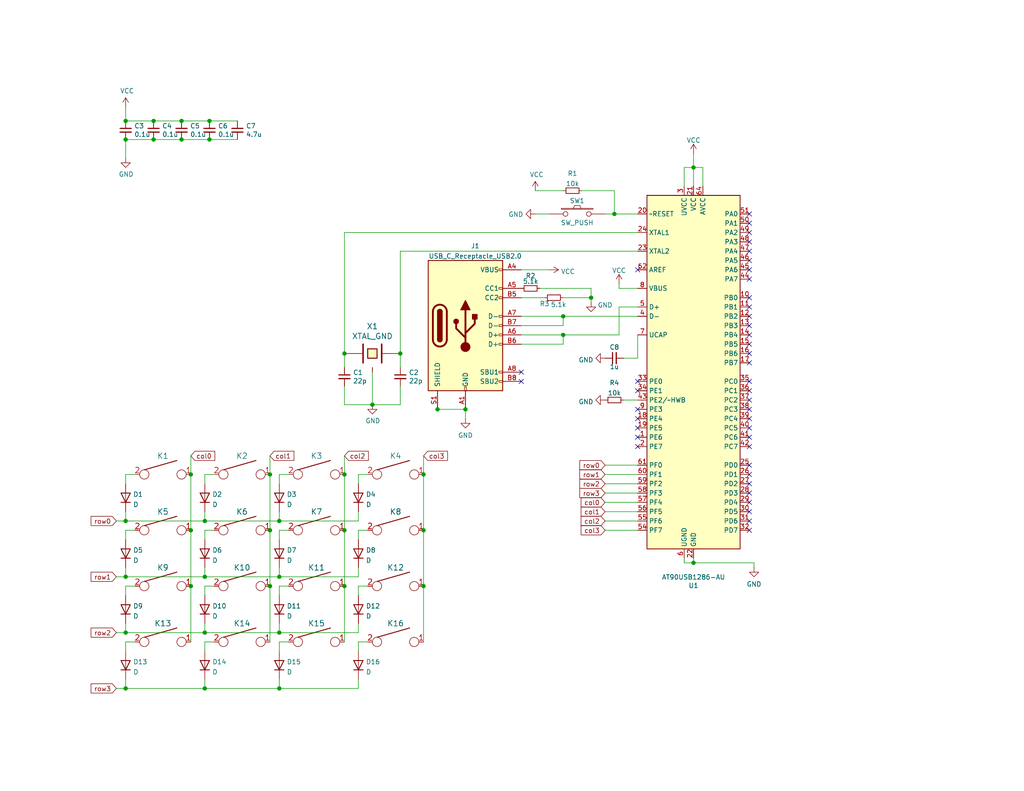
<source format=kicad_sch>
(kicad_sch (version 20210621) (generator eeschema)
  (paper "USLetter")
  (title_block (title "Mini-Keyboard MK I ") (date "2021-08-16") (rev "A1"))
  (lib_symbols
    (symbol "Connector:USB_C_Receptacle_USB2.0" (pin_names (offset 1.016))
      (property "Reference" "J" (at -10.16 19.05 0))
      (property "Value" "USB_C_Receptacle_USB2.0" (at 19.05 19.05 0))
      (symbol "USB_C_Receptacle_USB2.0_0_0"
        (rectangle (start -0.254 -17.78) (end 0.254 -16.764))
        (rectangle (start 10.16 -14.986) (end 9.144 -15.494))
        (rectangle (start 10.16 -12.446) (end 9.144 -12.954))
        (rectangle (start 10.16 -4.826) (end 9.144 -5.334))
        (rectangle (start 10.16 -2.286) (end 9.144 -2.794))
        (rectangle (start 10.16 0.254) (end 9.144 -0.254))
        (rectangle (start 10.16 2.794) (end 9.144 2.286))
        (rectangle (start 10.16 7.874) (end 9.144 7.366))
        (rectangle (start 10.16 10.414) (end 9.144 9.906))
        (rectangle (start 10.16 15.494) (end 9.144 14.986))
      )
      (symbol "USB_C_Receptacle_USB2.0_0_1"
        (arc (start -8.89 -3.81) (end -5.08 -3.81) (radius (at -6.985 -3.81) (length 1.905) (angles -179.9 -0.1)) (stroke (width 0.508)))
        (arc (start -7.62 -3.81) (end -6.35 -3.81) (radius (at -6.985 -3.81) (length 0.635) (angles -179.9 -0.1)) (stroke (width 0.254)))
        (arc (start -6.35 3.81) (end -7.62 3.81) (radius (at -6.985 3.81) (length 0.635) (angles 0.1 179.9)) (stroke (width 0.254)))
        (arc (start -5.08 3.81) (end -8.89 3.81) (radius (at -6.985 3.81) (length 1.905) (angles 0.1 179.9)) (stroke (width 0.508)))
        (arc (start -7.62 -3.81) (end -6.35 -3.81) (radius (at -6.985 -3.81) (length 0.635) (angles -179.9 -0.1)) (stroke (width 0.254)) (fill (type outline)))
        (arc (start -6.35 3.81) (end -7.62 3.81) (radius (at -6.985 3.81) (length 0.635) (angles 0.1 179.9)) (stroke (width 0.254)) (fill (type outline)))
        (circle (center -2.54 1.143) (radius 0.635) (stroke (width 0.254)) (fill (type outline)))
        (circle (center 0 -5.842) (radius 1.27) (fill (type outline)))
        (rectangle (start -7.62 -3.81) (end -6.35 3.81) (stroke (width 0.254)) (fill (type outline)))
        (rectangle (start 1.905 1.778) (end 3.175 3.048) (stroke (width 0.254)) (fill (type outline)))
        (rectangle (start -10.16 17.78) (end 10.16 -17.78) (stroke (width 0.254)) (fill (type background)))
        (polyline (pts (xy -8.89 -3.81) (xy -8.89 3.81)) (stroke (width 0.508)))
        (polyline (pts (xy -5.08 3.81) (xy -5.08 -3.81)) (stroke (width 0.508)))
        (polyline (pts (xy 0 -5.842) (xy 0 4.318)) (stroke (width 0.508)))
        (polyline (pts (xy 0 -3.302) (xy -2.54 -0.762) (xy -2.54 0.508)) (stroke (width 0.508)))
        (polyline (pts (xy 0 -2.032) (xy 2.54 0.508) (xy 2.54 1.778)) (stroke (width 0.508)))
        (polyline (pts (xy -1.27 4.318) (xy 0 6.858) (xy 1.27 4.318) (xy -1.27 4.318)) (stroke (width 0.254)) (fill (type outline)))
      )
      (symbol "USB_C_Receptacle_USB2.0_1_1"
        (pin passive line (at 0 -22.86 90) (length 5.08) (name "GND") (number "A1"))
        (pin passive line (at 0 -22.86 90) (length 5.08) hide (name "GND") (number "A12"))
        (pin passive line (at 15.24 15.24 180) (length 5.08) (name "VBUS") (number "A4"))
        (pin bidirectional line (at 15.24 10.16 180) (length 5.08) (name "CC1") (number "A5"))
        (pin bidirectional line (at 15.24 -2.54 180) (length 5.08) (name "D+") (number "A6"))
        (pin bidirectional line (at 15.24 2.54 180) (length 5.08) (name "D-") (number "A7"))
        (pin bidirectional line (at 15.24 -12.7 180) (length 5.08) (name "SBU1") (number "A8"))
        (pin passive line (at 15.24 15.24 180) (length 5.08) hide (name "VBUS") (number "A9"))
        (pin passive line (at 0 -22.86 90) (length 5.08) hide (name "GND") (number "B1"))
        (pin passive line (at 0 -22.86 90) (length 5.08) hide (name "GND") (number "B12"))
        (pin passive line (at 15.24 15.24 180) (length 5.08) hide (name "VBUS") (number "B4"))
        (pin bidirectional line (at 15.24 7.62 180) (length 5.08) (name "CC2") (number "B5"))
        (pin bidirectional line (at 15.24 -5.08 180) (length 5.08) (name "D+") (number "B6"))
        (pin bidirectional line (at 15.24 0 180) (length 5.08) (name "D-") (number "B7"))
        (pin bidirectional line (at 15.24 -15.24 180) (length 5.08) (name "SBU2") (number "B8"))
        (pin passive line (at 15.24 15.24 180) (length 5.08) hide (name "VBUS") (number "B9"))
        (pin passive line (at -7.62 -22.86 90) (length 5.08) (name "SHIELD") (number "S1"))
      )
    )
    (symbol "Device:C_Small" (pin_numbers hide) (pin_names (offset 0.254) hide)
      (property "Reference" "C" (at 0.254 1.778 0))
      (property "Value" "C_Small" (at 0.254 -2.032 0))
      (symbol "C_Small_0_1"
        (polyline (pts (xy -1.524 -0.508) (xy 1.524 -0.508)) (stroke (width 0.3302)))
        (polyline (pts (xy -1.524 0.508) (xy 1.524 0.508)) (stroke (width 0.3048)))
      )
      (symbol "C_Small_1_1"
        (pin passive line (at 0 2.54 270) (length 2.032) (name "~") (number "1"))
        (pin passive line (at 0 -2.54 90) (length 2.032) (name "~") (number "2"))
      )
    )
    (symbol "Device:D" (pin_numbers hide) (pin_names (offset 1.016) hide)
      (property "Reference" "D" (at 0 2.54 0))
      (property "Value" "D" (at 0 -2.54 0))
      (symbol "D_0_1"
        (polyline (pts (xy -1.27 1.27) (xy -1.27 -1.27)) (stroke (width 0.254)))
        (polyline (pts (xy 1.27 0) (xy -1.27 0)))
        (polyline (pts (xy 1.27 1.27) (xy 1.27 -1.27) (xy -1.27 0) (xy 1.27 1.27)) (stroke (width 0.254)))
      )
      (symbol "D_1_1"
        (pin passive line (at -3.81 0 0) (length 2.54) (name "K") (number "1"))
        (pin passive line (at 3.81 0 180) (length 2.54) (name "A") (number "2"))
      )
    )
    (symbol "Device:R_Small" (pin_numbers hide) (pin_names (offset 0.254) hide)
      (property "Reference" "R" (at 0.762 0.508 0))
      (property "Value" "R_Small" (at 0.762 -1.016 0))
      (symbol "R_Small_0_1"
        (rectangle (start -0.762 1.778) (end 0.762 -1.778) (stroke (width 0.2032)))
      )
      (symbol "R_Small_1_1"
        (pin passive line (at 0 2.54 270) (length 0.762) (name "~") (number "1"))
        (pin passive line (at 0 -2.54 90) (length 0.762) (name "~") (number "2"))
      )
    )
    (symbol "MCU_Microchip_AVR:AT90USB1286-AU"
      (property "Reference" "U" (at -12.7 49.53 0))
      (property "Value" "AT90USB1286-AU" (at 2.54 -49.53 0))
      (symbol "AT90USB1286-AU_0_1"
        (rectangle (start -12.7 -48.26) (end 12.7 48.26) (stroke (width 0.254)) (fill (type background)))
      )
      (symbol "AT90USB1286-AU_1_1"
        (pin bidirectional line (at -15.24 -17.78 0) (length 2.54) (name "PE6") (number "1"))
        (pin bidirectional line (at 15.24 20.32 180) (length 2.54) (name "PB0") (number "10"))
        (pin bidirectional line (at 15.24 17.78 180) (length 2.54) (name "PB1") (number "11"))
        (pin bidirectional line (at 15.24 15.24 180) (length 2.54) (name "PB2") (number "12"))
        (pin bidirectional line (at 15.24 12.7 180) (length 2.54) (name "PB3") (number "13"))
        (pin bidirectional line (at 15.24 10.16 180) (length 2.54) (name "PB4") (number "14"))
        (pin bidirectional line (at 15.24 7.62 180) (length 2.54) (name "PB5") (number "15"))
        (pin bidirectional line (at 15.24 5.08 180) (length 2.54) (name "PB6") (number "16"))
        (pin bidirectional line (at 15.24 2.54 180) (length 2.54) (name "PB7") (number "17"))
        (pin bidirectional line (at -15.24 -12.7 0) (length 2.54) (name "PE4") (number "18"))
        (pin bidirectional line (at -15.24 -15.24 0) (length 2.54) (name "PE5") (number "19"))
        (pin bidirectional line (at -15.24 -20.32 0) (length 2.54) (name "PE7") (number "2"))
        (pin input line (at -15.24 43.18 0) (length 2.54) (name "~RESET") (number "20"))
        (pin power_in line (at 0 50.8 270) (length 2.54) (name "VCC") (number "21"))
        (pin power_in line (at 0 -50.8 90) (length 2.54) (name "GND") (number "22"))
        (pin output line (at -15.24 33.02 0) (length 2.54) (name "XTAL2") (number "23"))
        (pin input line (at -15.24 38.1 0) (length 2.54) (name "XTAL1") (number "24"))
        (pin bidirectional line (at 15.24 -25.4 180) (length 2.54) (name "PD0") (number "25"))
        (pin bidirectional line (at 15.24 -27.94 180) (length 2.54) (name "PD1") (number "26"))
        (pin bidirectional line (at 15.24 -30.48 180) (length 2.54) (name "PD2") (number "27"))
        (pin bidirectional line (at 15.24 -33.02 180) (length 2.54) (name "PD3") (number "28"))
        (pin bidirectional line (at 15.24 -35.56 180) (length 2.54) (name "PD4") (number "29"))
        (pin power_in line (at -2.54 50.8 270) (length 2.54) (name "UVCC") (number "3"))
        (pin bidirectional line (at 15.24 -38.1 180) (length 2.54) (name "PD5") (number "30"))
        (pin bidirectional line (at 15.24 -40.64 180) (length 2.54) (name "PD6") (number "31"))
        (pin bidirectional line (at 15.24 -43.18 180) (length 2.54) (name "PD7") (number "32"))
        (pin bidirectional line (at -15.24 -2.54 0) (length 2.54) (name "PE0") (number "33"))
        (pin bidirectional line (at -15.24 -5.08 0) (length 2.54) (name "PE1") (number "34"))
        (pin bidirectional line (at 15.24 -2.54 180) (length 2.54) (name "PC0") (number "35"))
        (pin bidirectional line (at 15.24 -5.08 180) (length 2.54) (name "PC1") (number "36"))
        (pin bidirectional line (at 15.24 -7.62 180) (length 2.54) (name "PC2") (number "37"))
        (pin bidirectional line (at 15.24 -10.16 180) (length 2.54) (name "PC3") (number "38"))
        (pin bidirectional line (at 15.24 -12.7 180) (length 2.54) (name "PC4") (number "39"))
        (pin bidirectional line (at -15.24 15.24 0) (length 2.54) (name "D-") (number "4"))
        (pin bidirectional line (at 15.24 -15.24 180) (length 2.54) (name "PC5") (number "40"))
        (pin bidirectional line (at 15.24 -17.78 180) (length 2.54) (name "PC6") (number "41"))
        (pin bidirectional line (at 15.24 -20.32 180) (length 2.54) (name "PC7") (number "42"))
        (pin bidirectional line (at -15.24 -7.62 0) (length 2.54) (name "PE2/~HWB") (number "43"))
        (pin bidirectional line (at 15.24 25.4 180) (length 2.54) (name "PA7") (number "44"))
        (pin bidirectional line (at 15.24 27.94 180) (length 2.54) (name "PA6") (number "45"))
        (pin bidirectional line (at 15.24 30.48 180) (length 2.54) (name "PA5") (number "46"))
        (pin bidirectional line (at 15.24 33.02 180) (length 2.54) (name "PA4") (number "47"))
        (pin bidirectional line (at 15.24 35.56 180) (length 2.54) (name "PA3") (number "48"))
        (pin bidirectional line (at 15.24 38.1 180) (length 2.54) (name "PA2") (number "49"))
        (pin bidirectional line (at -15.24 17.78 0) (length 2.54) (name "D+") (number "5"))
        (pin bidirectional line (at 15.24 40.64 180) (length 2.54) (name "PA1") (number "50"))
        (pin bidirectional line (at 15.24 43.18 180) (length 2.54) (name "PA0") (number "51"))
        (pin passive line (at 0 50.8 270) (length 2.54) hide (name "VCC") (number "52"))
        (pin passive line (at 0 -50.8 90) (length 2.54) hide (name "GND") (number "53"))
        (pin bidirectional line (at -15.24 -43.18 0) (length 2.54) (name "PF7") (number "54"))
        (pin bidirectional line (at -15.24 -40.64 0) (length 2.54) (name "PF6") (number "55"))
        (pin bidirectional line (at -15.24 -38.1 0) (length 2.54) (name "PF5") (number "56"))
        (pin bidirectional line (at -15.24 -35.56 0) (length 2.54) (name "PF4") (number "57"))
        (pin bidirectional line (at -15.24 -33.02 0) (length 2.54) (name "PF3") (number "58"))
        (pin bidirectional line (at -15.24 -30.48 0) (length 2.54) (name "PF2") (number "59"))
        (pin power_in line (at -2.54 -50.8 90) (length 2.54) (name "UGND") (number "6"))
        (pin bidirectional line (at -15.24 -27.94 0) (length 2.54) (name "PF1") (number "60"))
        (pin bidirectional line (at -15.24 -25.4 0) (length 2.54) (name "PF0") (number "61"))
        (pin passive line (at -15.24 27.94 0) (length 2.54) (name "AREF") (number "62"))
        (pin passive line (at 0 -50.8 90) (length 2.54) hide (name "GND") (number "63"))
        (pin power_in line (at 2.54 50.8 270) (length 2.54) (name "AVCC") (number "64"))
        (pin passive line (at -15.24 10.16 0) (length 2.54) (name "UCAP") (number "7"))
        (pin input line (at -15.24 22.86 0) (length 2.54) (name "VBUS") (number "8"))
        (pin bidirectional line (at -15.24 -10.16 0) (length 2.54) (name "PE3") (number "9"))
      )
    )
    (symbol "keyboard_parts:KEYSW" (pin_names (offset 1.016))
      (property "Reference" "K?" (at -1.27 0 0))
      (symbol "KEYSW_0_1"
        (circle (center -5.08 0) (radius 1.27))
        (circle (center 5.08 0) (radius 1.27))
        (polyline (pts (xy -5.08 1.27) (xy 3.81 3.81)) (stroke (width 0.254)))
      )
      (symbol "KEYSW_1_1"
        (pin passive line (at 7.62 0 180) (length 1.27) (name "~") (number "1"))
        (pin passive line (at -7.62 0 0) (length 1.27) (name "~") (number "2"))
      )
    )
    (symbol "keyboard_parts:SW_PUSH" (pin_numbers hide) (pin_names (offset 1.016) hide)
      (property "Reference" "SW" (at 3.81 2.794 0))
      (property "Value" "SW_PUSH" (at 0 -2.032 0))
      (symbol "SW_PUSH_0_1"
        (rectangle (start -4.318 1.27) (end 4.318 1.524))
        (polyline (pts (xy -1.016 1.524) (xy -0.762 2.286) (xy 0.762 2.286) (xy 1.016 1.524)))
        (pin passive inverted (at -7.62 0 0) (length 5.08) (name "1") (number "1"))
        (pin passive inverted (at 7.62 0 180) (length 5.08) (name "2") (number "2"))
      )
    )
    (symbol "keyboard_parts:XTAL_GND" (pin_numbers hide) (pin_names (offset 1.016) hide)
      (property "Reference" "X" (at 0 3.81 0))
      (property "Value" "XTAL_GND" (at 0 -3.81 0))
      (symbol "XTAL_GND_0_1"
        (polyline (pts (xy -2.54 2.54) (xy -2.54 -2.54)) (stroke (width 0.4064)))
        (polyline (pts (xy 2.54 2.54) (xy 2.54 -2.54)) (stroke (width 0.4064)))
        (polyline (pts (xy -1.27 1.27) (xy 1.27 1.27) (xy 1.27 -1.27) (xy -1.27 -1.27) (xy -1.27 1.27)) (stroke (width 0.3048)) (fill (type background)))
      )
      (symbol "XTAL_GND_1_1"
        (pin passive line (at -7.62 0 0) (length 5.08) (name "1") (number "1"))
        (pin passive line (at 7.62 0 180) (length 5.08) (name "2") (number "2"))
        (pin passive line (at 0 -5.08 90) (length 1.27) (name "~") (number "3"))
      )
    )
    (symbol "power:GND" (power) (pin_names (offset 0))
      (property "Value" "GND" (at 0 -3.81 0))
      (symbol "GND_0_1"
        (polyline (pts (xy 0 0) (xy 0 -1.27) (xy 1.27 -1.27) (xy 0 -2.54) (xy -1.27 -1.27) (xy 0 -1.27)))
      )
      (symbol "GND_1_1"
        (pin power_in line (at 0 0 270) (length 0) hide (name "GND") (number "1"))
      )
    )
    (symbol "power:VCC" (power) (pin_names (offset 0))
      (property "Value" "VCC" (at 0 3.81 0))
      (symbol "VCC_0_1"
        (polyline (pts (xy -0.762 1.27) (xy 0 2.54)))
        (polyline (pts (xy 0 0) (xy 0 2.54)))
        (polyline (pts (xy 0 2.54) (xy 0.762 1.27)))
      )
      (symbol "VCC_1_1"
        (pin power_in line (at 0 0 90) (length 0) hide (name "VCC") (number "1"))
      )
    )
  )
  (junction (at 34.29 33.02) (diameter 1.016))
  (junction (at 34.29 38.1) (diameter 1.016))
  (junction (at 34.29 142.24) (diameter 1.016))
  (junction (at 34.29 157.48) (diameter 1.016))
  (junction (at 34.29 172.72) (diameter 1.016))
  (junction (at 34.29 187.96) (diameter 1.016))
  (junction (at 41.91 33.02) (diameter 1.016))
  (junction (at 41.91 38.1) (diameter 1.016))
  (junction (at 49.53 33.02) (diameter 1.016))
  (junction (at 49.53 38.1) (diameter 1.016))
  (junction (at 52.07 129.54) (diameter 1.016))
  (junction (at 52.07 144.78) (diameter 1.016))
  (junction (at 52.07 160.02) (diameter 1.016))
  (junction (at 55.88 142.24) (diameter 1.016))
  (junction (at 55.88 157.48) (diameter 1.016))
  (junction (at 55.88 172.72) (diameter 1.016))
  (junction (at 55.88 187.96) (diameter 1.016))
  (junction (at 57.15 33.02) (diameter 1.016))
  (junction (at 57.15 38.1) (diameter 1.016))
  (junction (at 73.66 129.54) (diameter 1.016))
  (junction (at 73.66 144.78) (diameter 1.016))
  (junction (at 73.66 160.02) (diameter 1.016))
  (junction (at 76.2 142.24) (diameter 1.016))
  (junction (at 76.2 157.48) (diameter 1.016))
  (junction (at 76.2 172.72) (diameter 1.016))
  (junction (at 76.2 187.96) (diameter 1.016))
  (junction (at 93.98 96.52) (diameter 1.016))
  (junction (at 93.98 129.54) (diameter 1.016))
  (junction (at 93.98 144.78) (diameter 1.016))
  (junction (at 93.98 160.02) (diameter 1.016))
  (junction (at 101.6 110.49) (diameter 1.016))
  (junction (at 109.22 96.52) (diameter 1.016))
  (junction (at 115.57 129.54) (diameter 1.016))
  (junction (at 115.57 144.78) (diameter 1.016))
  (junction (at 115.57 160.02) (diameter 1.016))
  (junction (at 119.38 111.76) (diameter 1.016))
  (junction (at 127 111.76) (diameter 1.016))
  (junction (at 153.67 86.36) (diameter 1.016))
  (junction (at 153.67 91.44) (diameter 1.016))
  (junction (at 161.29 81.28) (diameter 1.016))
  (junction (at 167.64 58.42) (diameter 1.016))
  (junction (at 189.23 45.72) (diameter 1.016))
  (junction (at 189.23 153.67) (diameter 1.016))
  (no_connect (at 142.24 101.6))
  (no_connect (at 142.24 104.14))
  (no_connect (at 173.99 73.66))
  (no_connect (at 173.99 104.14))
  (no_connect (at 173.99 106.68))
  (no_connect (at 173.99 111.76))
  (no_connect (at 173.99 114.3))
  (no_connect (at 173.99 116.84))
  (no_connect (at 173.99 119.38))
  (no_connect (at 173.99 121.92))
  (no_connect (at 204.47 58.42))
  (no_connect (at 204.47 60.96))
  (no_connect (at 204.47 63.5))
  (no_connect (at 204.47 66.04))
  (no_connect (at 204.47 68.58))
  (no_connect (at 204.47 71.12))
  (no_connect (at 204.47 73.66))
  (no_connect (at 204.47 76.2))
  (no_connect (at 204.47 81.28))
  (no_connect (at 204.47 83.82))
  (no_connect (at 204.47 86.36))
  (no_connect (at 204.47 88.9))
  (no_connect (at 204.47 91.44))
  (no_connect (at 204.47 93.98))
  (no_connect (at 204.47 96.52))
  (no_connect (at 204.47 99.06))
  (no_connect (at 204.47 104.14))
  (no_connect (at 204.47 106.68))
  (no_connect (at 204.47 109.22))
  (no_connect (at 204.47 111.76))
  (no_connect (at 204.47 114.3))
  (no_connect (at 204.47 116.84))
  (no_connect (at 204.47 119.38))
  (no_connect (at 204.47 121.92))
  (no_connect (at 204.47 127))
  (no_connect (at 204.47 129.54))
  (no_connect (at 204.47 132.08))
  (no_connect (at 204.47 134.62))
  (no_connect (at 204.47 137.16))
  (no_connect (at 204.47 139.7))
  (no_connect (at 204.47 142.24))
  (no_connect (at 204.47 144.78))
  (wire (pts (xy 31.75 142.24) (xy 34.29 142.24)))
  (wire (pts (xy 31.75 157.48) (xy 34.29 157.48)))
  (wire (pts (xy 31.75 172.72) (xy 34.29 172.72)))
  (wire (pts (xy 31.75 187.96) (xy 34.29 187.96)))
  (wire (pts (xy 34.29 29.21) (xy 34.29 33.02)))
  (wire (pts (xy 34.29 33.02) (xy 41.91 33.02)))
  (wire (pts (xy 34.29 38.1) (xy 34.29 43.18)))
  (wire (pts (xy 34.29 129.54) (xy 34.29 132.08)))
  (wire (pts (xy 34.29 129.54) (xy 36.83 129.54)))
  (wire (pts (xy 34.29 139.7) (xy 34.29 142.24)))
  (wire (pts (xy 34.29 142.24) (xy 55.88 142.24)))
  (wire (pts (xy 34.29 144.78) (xy 34.29 147.32)))
  (wire (pts (xy 34.29 144.78) (xy 36.83 144.78)))
  (wire (pts (xy 34.29 154.94) (xy 34.29 157.48)))
  (wire (pts (xy 34.29 157.48) (xy 55.88 157.48)))
  (wire (pts (xy 34.29 160.02) (xy 34.29 162.56)))
  (wire (pts (xy 34.29 160.02) (xy 36.83 160.02)))
  (wire (pts (xy 34.29 170.18) (xy 34.29 172.72)))
  (wire (pts (xy 34.29 172.72) (xy 55.88 172.72)))
  (wire (pts (xy 34.29 175.26) (xy 34.29 177.8)))
  (wire (pts (xy 34.29 175.26) (xy 36.83 175.26)))
  (wire (pts (xy 34.29 185.42) (xy 34.29 187.96)))
  (wire (pts (xy 34.29 187.96) (xy 55.88 187.96)))
  (wire (pts (xy 41.91 33.02) (xy 49.53 33.02)))
  (wire (pts (xy 41.91 38.1) (xy 34.29 38.1)))
  (wire (pts (xy 49.53 33.02) (xy 57.15 33.02)))
  (wire (pts (xy 49.53 38.1) (xy 41.91 38.1)))
  (wire (pts (xy 52.07 124.46) (xy 52.07 129.54)))
  (wire (pts (xy 52.07 129.54) (xy 52.07 144.78)))
  (wire (pts (xy 52.07 144.78) (xy 52.07 160.02)))
  (wire (pts (xy 52.07 160.02) (xy 52.07 175.26)))
  (wire (pts (xy 55.88 129.54) (xy 55.88 132.08)))
  (wire (pts (xy 55.88 139.7) (xy 55.88 142.24)))
  (wire (pts (xy 55.88 142.24) (xy 76.2 142.24)))
  (wire (pts (xy 55.88 144.78) (xy 55.88 147.32)))
  (wire (pts (xy 55.88 154.94) (xy 55.88 157.48)))
  (wire (pts (xy 55.88 157.48) (xy 76.2 157.48)))
  (wire (pts (xy 55.88 160.02) (xy 55.88 162.56)))
  (wire (pts (xy 55.88 170.18) (xy 55.88 172.72)))
  (wire (pts (xy 55.88 172.72) (xy 76.2 172.72)))
  (wire (pts (xy 55.88 175.26) (xy 55.88 177.8)))
  (wire (pts (xy 55.88 185.42) (xy 55.88 187.96)))
  (wire (pts (xy 55.88 187.96) (xy 76.2 187.96)))
  (wire (pts (xy 57.15 38.1) (xy 49.53 38.1)))
  (wire (pts (xy 58.42 129.54) (xy 55.88 129.54)))
  (wire (pts (xy 58.42 144.78) (xy 55.88 144.78)))
  (wire (pts (xy 58.42 160.02) (xy 55.88 160.02)))
  (wire (pts (xy 58.42 175.26) (xy 55.88 175.26)))
  (wire (pts (xy 64.77 33.02) (xy 57.15 33.02)))
  (wire (pts (xy 64.77 38.1) (xy 57.15 38.1)))
  (wire (pts (xy 73.66 124.46) (xy 73.66 129.54)))
  (wire (pts (xy 73.66 129.54) (xy 73.66 144.78)))
  (wire (pts (xy 73.66 144.78) (xy 73.66 160.02)))
  (wire (pts (xy 73.66 160.02) (xy 73.66 175.26)))
  (wire (pts (xy 76.2 129.54) (xy 76.2 132.08)))
  (wire (pts (xy 76.2 129.54) (xy 78.74 129.54)))
  (wire (pts (xy 76.2 139.7) (xy 76.2 142.24)))
  (wire (pts (xy 76.2 142.24) (xy 97.79 142.24)))
  (wire (pts (xy 76.2 144.78) (xy 76.2 147.32)))
  (wire (pts (xy 76.2 144.78) (xy 78.74 144.78)))
  (wire (pts (xy 76.2 154.94) (xy 76.2 157.48)))
  (wire (pts (xy 76.2 157.48) (xy 97.79 157.48)))
  (wire (pts (xy 76.2 160.02) (xy 76.2 162.56)))
  (wire (pts (xy 76.2 160.02) (xy 78.74 160.02)))
  (wire (pts (xy 76.2 170.18) (xy 76.2 172.72)))
  (wire (pts (xy 76.2 172.72) (xy 97.79 172.72)))
  (wire (pts (xy 76.2 175.26) (xy 76.2 177.8)))
  (wire (pts (xy 76.2 175.26) (xy 78.74 175.26)))
  (wire (pts (xy 76.2 185.42) (xy 76.2 187.96)))
  (wire (pts (xy 76.2 187.96) (xy 97.79 187.96)))
  (wire (pts (xy 93.98 63.5) (xy 93.98 96.52)))
  (wire (pts (xy 93.98 100.33) (xy 93.98 96.52)))
  (wire (pts (xy 93.98 105.41) (xy 93.98 110.49)))
  (wire (pts (xy 93.98 110.49) (xy 101.6 110.49)))
  (wire (pts (xy 93.98 124.46) (xy 93.98 129.54)))
  (wire (pts (xy 93.98 129.54) (xy 93.98 144.78)))
  (wire (pts (xy 93.98 144.78) (xy 93.98 160.02)))
  (wire (pts (xy 93.98 160.02) (xy 93.98 175.26)))
  (wire (pts (xy 97.79 129.54) (xy 97.79 132.08)))
  (wire (pts (xy 97.79 139.7) (xy 97.79 142.24)))
  (wire (pts (xy 97.79 144.78) (xy 97.79 147.32)))
  (wire (pts (xy 97.79 154.94) (xy 97.79 157.48)))
  (wire (pts (xy 97.79 160.02) (xy 97.79 162.56)))
  (wire (pts (xy 97.79 170.18) (xy 97.79 172.72)))
  (wire (pts (xy 97.79 175.26) (xy 97.79 177.8)))
  (wire (pts (xy 97.79 185.42) (xy 97.79 187.96)))
  (wire (pts (xy 100.33 129.54) (xy 97.79 129.54)))
  (wire (pts (xy 100.33 144.78) (xy 97.79 144.78)))
  (wire (pts (xy 100.33 160.02) (xy 97.79 160.02)))
  (wire (pts (xy 100.33 175.26) (xy 97.79 175.26)))
  (wire (pts (xy 101.6 110.49) (xy 101.6 101.6)))
  (wire (pts (xy 109.22 68.58) (xy 109.22 96.52)))
  (wire (pts (xy 109.22 68.58) (xy 173.99 68.58)))
  (wire (pts (xy 109.22 96.52) (xy 109.22 100.33)))
  (wire (pts (xy 109.22 105.41) (xy 109.22 110.49)))
  (wire (pts (xy 109.22 110.49) (xy 101.6 110.49)))
  (wire (pts (xy 115.57 124.46) (xy 115.57 129.54)))
  (wire (pts (xy 115.57 129.54) (xy 115.57 144.78)))
  (wire (pts (xy 115.57 144.78) (xy 115.57 160.02)))
  (wire (pts (xy 115.57 160.02) (xy 115.57 175.26)))
  (wire (pts (xy 119.38 109.22) (xy 119.38 111.76)))
  (wire (pts (xy 119.38 111.76) (xy 127 111.76)))
  (wire (pts (xy 127 111.76) (xy 127 114.3)))
  (wire (pts (xy 142.24 73.66) (xy 149.86 73.66)))
  (wire (pts (xy 142.24 81.28) (xy 148.59 81.28)))
  (wire (pts (xy 142.24 86.36) (xy 153.67 86.36)))
  (wire (pts (xy 142.24 88.9) (xy 153.67 88.9)))
  (wire (pts (xy 142.24 91.44) (xy 153.67 91.44)))
  (wire (pts (xy 142.24 93.98) (xy 153.67 93.98)))
  (wire (pts (xy 146.05 52.07) (xy 153.67 52.07)))
  (wire (pts (xy 146.05 58.42) (xy 149.86 58.42)))
  (wire (pts (xy 147.32 78.74) (xy 161.29 78.74)))
  (wire (pts (xy 153.67 81.28) (xy 161.29 81.28)))
  (wire (pts (xy 153.67 86.36) (xy 153.67 88.9)))
  (wire (pts (xy 153.67 86.36) (xy 173.99 86.36)))
  (wire (pts (xy 153.67 91.44) (xy 153.67 93.98)))
  (wire (pts (xy 153.67 91.44) (xy 168.91 91.44)))
  (wire (pts (xy 158.75 52.07) (xy 167.64 52.07)))
  (wire (pts (xy 161.29 78.74) (xy 161.29 81.28)))
  (wire (pts (xy 161.29 81.28) (xy 161.29 82.55)))
  (wire (pts (xy 165.1 127) (xy 173.99 127)))
  (wire (pts (xy 165.1 129.54) (xy 173.99 129.54)))
  (wire (pts (xy 165.1 132.08) (xy 173.99 132.08)))
  (wire (pts (xy 165.1 134.62) (xy 173.99 134.62)))
  (wire (pts (xy 165.1 137.16) (xy 173.99 137.16)))
  (wire (pts (xy 165.1 139.7) (xy 173.99 139.7)))
  (wire (pts (xy 165.1 142.24) (xy 173.99 142.24)))
  (wire (pts (xy 165.1 144.78) (xy 173.99 144.78)))
  (wire (pts (xy 167.64 52.07) (xy 167.64 58.42)))
  (wire (pts (xy 167.64 58.42) (xy 165.1 58.42)))
  (wire (pts (xy 167.64 58.42) (xy 173.99 58.42)))
  (wire (pts (xy 168.91 78.74) (xy 168.91 77.47)))
  (wire (pts (xy 168.91 83.82) (xy 168.91 91.44)))
  (wire (pts (xy 168.91 83.82) (xy 173.99 83.82)))
  (wire (pts (xy 170.18 109.22) (xy 173.99 109.22)))
  (wire (pts (xy 173.99 63.5) (xy 93.98 63.5)))
  (wire (pts (xy 173.99 78.74) (xy 168.91 78.74)))
  (wire (pts (xy 173.99 91.44) (xy 173.99 97.79)))
  (wire (pts (xy 173.99 97.79) (xy 170.18 97.79)))
  (wire (pts (xy 186.69 45.72) (xy 189.23 45.72)))
  (wire (pts (xy 186.69 50.8) (xy 186.69 45.72)))
  (wire (pts (xy 186.69 152.4) (xy 186.69 153.67)))
  (wire (pts (xy 186.69 153.67) (xy 189.23 153.67)))
  (wire (pts (xy 189.23 41.91) (xy 189.23 45.72)))
  (wire (pts (xy 189.23 45.72) (xy 189.23 50.8)))
  (wire (pts (xy 189.23 152.4) (xy 189.23 153.67)))
  (wire (pts (xy 189.23 153.67) (xy 205.74 153.67)))
  (wire (pts (xy 191.77 45.72) (xy 189.23 45.72)))
  (wire (pts (xy 191.77 50.8) (xy 191.77 45.72)))
  (wire (pts (xy 205.74 153.67) (xy 205.74 154.94)))
  (global_label "row0" (shape input) (at 31.75 142.24 180) (property "Intersheet References" "${INTERSHEET_REFS}" (effects hide)))
  (global_label "row1" (shape input) (at 31.75 157.48 180) (property "Intersheet References" "${INTERSHEET_REFS}" (effects hide)))
  (global_label "row2" (shape input) (at 31.75 172.72 180) (property "Intersheet References" "${INTERSHEET_REFS}" (effects hide)))
  (global_label "row3" (shape input) (at 31.75 187.96 180) (property "Intersheet References" "${INTERSHEET_REFS}" (effects hide)))
  (global_label "col0" (shape input) (at 52.07 124.46 0) (property "Intersheet References" "${INTERSHEET_REFS}" (effects hide)))
  (global_label "col1" (shape input) (at 73.66 124.46 0) (property "Intersheet References" "${INTERSHEET_REFS}" (effects hide)))
  (global_label "col2" (shape input) (at 93.98 124.46 0) (property "Intersheet References" "${INTERSHEET_REFS}" (effects hide)))
  (global_label "col3" (shape input) (at 115.57 124.46 0) (property "Intersheet References" "${INTERSHEET_REFS}" (effects hide)))
  (global_label "row0" (shape input) (at 165.1 127 180) (property "Intersheet References" "${INTERSHEET_REFS}" (effects hide)))
  (global_label "row1" (shape input) (at 165.1 129.54 180) (property "Intersheet References" "${INTERSHEET_REFS}" (effects hide)))
  (global_label "row2" (shape input) (at 165.1 132.08 180) (property "Intersheet References" "${INTERSHEET_REFS}" (effects hide)))
  (global_label "row3" (shape input) (at 165.1 134.62 180) (property "Intersheet References" "${INTERSHEET_REFS}" (effects hide)))
  (global_label "col0" (shape input) (at 165.1 137.16 180) (property "Intersheet References" "${INTERSHEET_REFS}" (effects hide)))
  (global_label "col1" (shape input) (at 165.1 139.7 180) (property "Intersheet References" "${INTERSHEET_REFS}" (effects hide)))
  (global_label "col2" (shape input) (at 165.1 142.24 180) (property "Intersheet References" "${INTERSHEET_REFS}" (effects hide)))
  (global_label "col3" (shape input) (at 165.1 144.78 180) (property "Intersheet References" "${INTERSHEET_REFS}" (effects hide)))
  (symbol (lib_id "power:VCC") (at 34.29 29.21 0) (unit 1)
    (property "Reference" "#PWR0113" (effects hide))
    (property "Value" "VCC" (at 34.671 24.8158 0))
  )
  (symbol (lib_id "power:VCC") (at 146.05 52.07 0) (unit 1)
    (property "Reference" "#PWR0108" (effects hide))
    (property "Value" "VCC" (at 146.431 47.6758 0))
  )
  (symbol (lib_id "power:VCC") (at 149.86 73.66 270) (unit 1)
    (property "Reference" "#PWR0102" (effects hide))
    (property "Value" "VCC" (at 153.0351 74.139 90) (effects (justify left)))
  )
  (symbol (lib_id "power:VCC") (at 168.91 77.47 0) (unit 1)
    (property "Reference" "#PWR0103" (effects hide))
    (property "Value" "VCC" (at 168.91 73.8654 0))
  )
  (symbol (lib_id "power:VCC") (at 189.23 41.91 0) (unit 1)
    (property "Reference" "#PWR0107" (effects hide))
    (property "Value" "VCC" (at 189.23 38.3054 0))
  )
  (symbol (lib_id "power:GND") (at 34.29 43.18 0) (unit 1)
    (property "Reference" "#PWR0112" (effects hide))
    (property "Value" "GND" (at 34.417 47.5742 0))
  )
  (symbol (lib_id "power:GND") (at 101.6 110.49 0) (unit 1)
    (property "Reference" "#PWR0110" (effects hide))
    (property "Value" "GND" (at 101.727 114.8842 0))
  )
  (symbol (lib_id "power:GND") (at 127 114.3 0) (unit 1)
    (property "Reference" "#PWR0104" (effects hide))
    (property "Value" "GND" (at 127 118.8626 0))
  )
  (symbol (lib_id "power:GND") (at 146.05 58.42 270) (unit 1)
    (property "Reference" "#PWR0111" (effects hide))
    (property "Value" "GND" (at 142.7988 58.547 90) (effects (justify right)))
  )
  (symbol (lib_id "power:GND") (at 161.29 82.55 0) (unit 1)
    (property "Reference" "#PWR0101" (effects hide))
    (property "Value" "GND" (at 165.1 83.3026 0))
  )
  (symbol (lib_id "power:GND") (at 165.1 97.79 270) (unit 1)
    (property "Reference" "#PWR0105" (effects hide))
    (property "Value" "GND" (at 161.925 98.269 90) (effects (justify right)))
  )
  (symbol (lib_id "power:GND") (at 165.1 109.22 270) (unit 1)
    (property "Reference" "#PWR0106" (effects hide))
    (property "Value" "GND" (at 161.925 109.699 90) (effects (justify right)))
  )
  (symbol (lib_id "power:GND") (at 205.74 154.94 0) (unit 1)
    (property "Reference" "#PWR0109" (effects hide))
    (property "Value" "GND" (at 205.74 159.5026 0))
  )
  (symbol (lib_id "Device:R_Small") (at 144.78 78.74 90) (unit 1)
    (property "Reference" "R2" (at 144.78 75.3068 90))
    (property "Value" "5.1k" (at 144.78 76.8119 90))
    (property "Footprint" "Resistor_SMD:R_0805_2012Metric" (effects hide))
  )
  (symbol (lib_id "Device:R_Small") (at 151.13 81.28 90) (unit 1)
    (property "Reference" "R3" (at 148.59 82.9268 90))
    (property "Value" "5.1k" (at 152.4 83.1619 90))
    (property "Footprint" "Resistor_SMD:R_0805_2012Metric" (effects hide))
  )
  (symbol (lib_id "Device:R_Small") (at 156.21 52.07 90) (unit 1)
    (property "Reference" "R1" (at 156.21 47.3668 90))
    (property "Value" "10k" (at 156.21 50.1419 90))
    (property "Footprint" "Resistor_SMD:R_0805_2012Metric" (effects hide))
  )
  (symbol (lib_id "Device:R_Small") (at 167.64 109.22 90) (unit 1)
    (property "Reference" "R4" (at 167.64 104.5168 90))
    (property "Value" "10k" (at 167.64 107.2919 90))
    (property "Footprint" "Resistor_SMD:R_0805_2012Metric" (effects hide))
  )
  (symbol (lib_id "Device:C_Small") (at 34.29 35.56 0) (unit 1)
    (property "Reference" "C3" (at 36.6268 34.3916 0) (effects (justify left)))
    (property "Value" "0.1u" (at 36.6268 36.703 0) (effects (justify left)))
    (property "Footprint" "Capacitor_SMD:C_0805_2012Metric" (effects hide))
  )
  (symbol (lib_id "Device:C_Small") (at 41.91 35.56 0) (unit 1)
    (property "Reference" "C4" (at 44.2468 34.3916 0) (effects (justify left)))
    (property "Value" "0.1u" (at 44.2468 36.703 0) (effects (justify left)))
    (property "Footprint" "Capacitor_SMD:C_0805_2012Metric" (effects hide))
  )
  (symbol (lib_id "Device:C_Small") (at 49.53 35.56 0) (unit 1)
    (property "Reference" "C5" (at 51.8668 34.3916 0) (effects (justify left)))
    (property "Value" "0.1u" (at 51.8668 36.703 0) (effects (justify left)))
    (property "Footprint" "Capacitor_SMD:C_0805_2012Metric" (effects hide))
  )
  (symbol (lib_id "Device:C_Small") (at 57.15 35.56 0) (unit 1)
    (property "Reference" "C6" (at 59.4868 34.3916 0) (effects (justify left)))
    (property "Value" "0.1u" (at 59.4868 36.703 0) (effects (justify left)))
    (property "Footprint" "Capacitor_SMD:C_0805_2012Metric" (effects hide))
  )
  (symbol (lib_id "Device:C_Small") (at 64.77 35.56 0) (unit 1)
    (property "Reference" "C7" (at 67.1068 34.3916 0) (effects (justify left)))
    (property "Value" "4.7u" (at 67.1068 36.703 0) (effects (justify left)))
    (property "Footprint" "Capacitor_SMD:C_0805_2012Metric" (effects hide))
  )
  (symbol (lib_id "Device:C_Small") (at 93.98 102.87 0) (unit 1)
    (property "Reference" "C1" (at 96.3168 101.7016 0) (effects (justify left)))
    (property "Value" "22p" (at 96.3168 104.013 0) (effects (justify left)))
    (property "Footprint" "Capacitor_SMD:C_0805_2012Metric" (effects hide))
  )
  (symbol (lib_id "Device:C_Small") (at 109.22 102.87 0) (unit 1)
    (property "Reference" "C2" (at 111.5568 101.7016 0) (effects (justify left)))
    (property "Value" "22p" (at 111.5568 104.013 0) (effects (justify left)))
    (property "Footprint" "Capacitor_SMD:C_0805_2012Metric" (effects hide))
  )
  (symbol (lib_id "Device:C_Small") (at 167.64 97.79 90) (unit 1)
    (property "Reference" "C8" (at 167.64 94.8013 90))
    (property "Value" "1u" (at 167.64 100.1164 90))
    (property "Footprint" "Capacitor_SMD:C_0805_2012Metric" (effects hide))
  )
  (symbol (lib_id "Device:D") (at 34.29 135.89 90) (unit 1)
    (property "Reference" "D1" (at 36.3221 134.9815 90) (effects (justify right)))
    (property "Value" "D" (at 36.3221 137.7566 90) (effects (justify right)))
    (property "Footprint" "keyboard_parts:D_SOD123_axial" (effects hide))
  )
  (symbol (lib_id "Device:D") (at 34.29 151.13 90) (unit 1)
    (property "Reference" "D5" (at 36.3221 150.2215 90) (effects (justify right)))
    (property "Value" "D" (at 36.3221 152.9966 90) (effects (justify right)))
    (property "Footprint" "keyboard_parts:D_SOD123_axial" (effects hide))
  )
  (symbol (lib_id "Device:D") (at 34.29 166.37 90) (unit 1)
    (property "Reference" "D9" (at 36.3221 165.4615 90) (effects (justify right)))
    (property "Value" "D" (at 36.3221 168.2366 90) (effects (justify right)))
    (property "Footprint" "keyboard_parts:D_SOD123_axial" (effects hide))
  )
  (symbol (lib_id "Device:D") (at 34.29 181.61 90) (unit 1)
    (property "Reference" "D13" (at 36.3221 180.7015 90) (effects (justify right)))
    (property "Value" "D" (at 36.3221 183.4766 90) (effects (justify right)))
    (property "Footprint" "keyboard_parts:D_SOD123_axial" (effects hide))
  )
  (symbol (lib_id "Device:D") (at 55.88 135.89 90) (unit 1)
    (property "Reference" "D2" (at 57.9121 134.9815 90) (effects (justify right)))
    (property "Value" "D" (at 57.9121 137.7566 90) (effects (justify right)))
    (property "Footprint" "keyboard_parts:D_SOD123_axial" (effects hide))
  )
  (symbol (lib_id "Device:D") (at 55.88 151.13 90) (unit 1)
    (property "Reference" "D6" (at 57.9121 150.2215 90) (effects (justify right)))
    (property "Value" "D" (at 57.9121 152.9966 90) (effects (justify right)))
    (property "Footprint" "keyboard_parts:D_SOD123_axial" (effects hide))
  )
  (symbol (lib_id "Device:D") (at 55.88 166.37 90) (unit 1)
    (property "Reference" "D10" (at 57.9121 165.4615 90) (effects (justify right)))
    (property "Value" "D" (at 57.9121 168.2366 90) (effects (justify right)))
    (property "Footprint" "keyboard_parts:D_SOD123_axial" (effects hide))
  )
  (symbol (lib_id "Device:D") (at 55.88 181.61 90) (unit 1)
    (property "Reference" "D14" (at 57.9121 180.7015 90) (effects (justify right)))
    (property "Value" "D" (at 57.9121 183.4766 90) (effects (justify right)))
    (property "Footprint" "keyboard_parts:D_SOD123_axial" (effects hide))
  )
  (symbol (lib_id "Device:D") (at 76.2 135.89 90) (unit 1)
    (property "Reference" "D3" (at 78.2321 134.9815 90) (effects (justify right)))
    (property "Value" "D" (at 78.2321 137.7566 90) (effects (justify right)))
    (property "Footprint" "keyboard_parts:D_SOD123_axial" (effects hide))
  )
  (symbol (lib_id "Device:D") (at 76.2 151.13 90) (unit 1)
    (property "Reference" "D7" (at 78.2321 150.2215 90) (effects (justify right)))
    (property "Value" "D" (at 78.2321 152.9966 90) (effects (justify right)))
    (property "Footprint" "keyboard_parts:D_SOD123_axial" (effects hide))
  )
  (symbol (lib_id "Device:D") (at 76.2 166.37 90) (unit 1)
    (property "Reference" "D11" (at 78.2321 165.4615 90) (effects (justify right)))
    (property "Value" "D" (at 78.2321 168.2366 90) (effects (justify right)))
    (property "Footprint" "keyboard_parts:D_SOD123_axial" (effects hide))
  )
  (symbol (lib_id "Device:D") (at 76.2 181.61 90) (unit 1)
    (property "Reference" "D15" (at 78.2321 180.7015 90) (effects (justify right)))
    (property "Value" "D" (at 78.2321 183.4766 90) (effects (justify right)))
    (property "Footprint" "keyboard_parts:D_SOD123_axial" (effects hide))
  )
  (symbol (lib_id "Device:D") (at 97.79 135.89 90) (unit 1)
    (property "Reference" "D4" (at 99.8221 134.9815 90) (effects (justify right)))
    (property "Value" "D" (at 99.8221 137.7566 90) (effects (justify right)))
    (property "Footprint" "keyboard_parts:D_SOD123_axial" (effects hide))
  )
  (symbol (lib_id "Device:D") (at 97.79 151.13 90) (unit 1)
    (property "Reference" "D8" (at 99.8221 150.2215 90) (effects (justify right)))
    (property "Value" "D" (at 99.8221 152.9966 90) (effects (justify right)))
    (property "Footprint" "keyboard_parts:D_SOD123_axial" (effects hide))
  )
  (symbol (lib_id "Device:D") (at 97.79 166.37 90) (unit 1)
    (property "Reference" "D12" (at 99.8221 165.4615 90) (effects (justify right)))
    (property "Value" "D" (at 99.8221 168.2366 90) (effects (justify right)))
    (property "Footprint" "keyboard_parts:D_SOD123_axial" (effects hide))
  )
  (symbol (lib_id "Device:D") (at 97.79 181.61 90) (unit 1)
    (property "Reference" "D16" (at 99.8221 180.7015 90) (effects (justify right)))
    (property "Value" "D" (at 99.8221 183.4766 90) (effects (justify right)))
    (property "Footprint" "keyboard_parts:D_SOD123_axial" (effects hide))
  )
  (symbol (lib_id "keyboard_parts:SW_PUSH") (at 157.48 58.42 0) (unit 1)
    (property "Reference" "SW1" (at 157.48 54.8132 0))
    (property "Value" "SW_PUSH" (at 157.48 60.8076 0))
    (property "Footprint" "Button_Switch_THT:SW_PUSH_6mm_H4.3mm" (effects hide))
  )
  (symbol (lib_id "keyboard_parts:KEYSW") (at 44.45 129.54 0) (unit 1)
    (property "Reference" "K1" (at 44.45 124.478 0) (effects (font (size 1.524 1.524))))
    (property "Value" "KEYSW" (effects hide))
    (property "Footprint" "keebs:Mx_Alps_100" (effects hide))
  )
  (symbol (lib_id "keyboard_parts:KEYSW") (at 44.45 144.78 0) (unit 1)
    (property "Reference" "K5" (at 44.45 139.718 0) (effects (font (size 1.524 1.524))))
    (property "Value" "KEYSW" (effects hide))
    (property "Footprint" "keebs:Mx_Alps_100" (effects hide))
  )
  (symbol (lib_id "keyboard_parts:KEYSW") (at 44.45 160.02 0) (unit 1)
    (property "Reference" "K9" (at 44.45 154.958 0) (effects (font (size 1.524 1.524))))
    (property "Value" "KEYSW" (effects hide))
    (property "Footprint" "keebs:Mx_Alps_100" (effects hide))
  )
  (symbol (lib_id "keyboard_parts:KEYSW") (at 44.45 175.26 0) (unit 1)
    (property "Reference" "K13" (at 44.45 170.198 0) (effects (font (size 1.524 1.524))))
    (property "Value" "KEYSW" (effects hide))
    (property "Footprint" "keebs:Mx_Alps_100" (effects hide))
  )
  (symbol (lib_id "keyboard_parts:KEYSW") (at 66.04 129.54 0) (unit 1)
    (property "Reference" "K2" (at 66.04 124.478 0) (effects (font (size 1.524 1.524))))
    (property "Value" "KEYSW" (effects hide))
    (property "Footprint" "keebs:Mx_Alps_100" (effects hide))
  )
  (symbol (lib_id "keyboard_parts:KEYSW") (at 66.04 144.78 0) (unit 1)
    (property "Reference" "K6" (at 66.04 139.718 0) (effects (font (size 1.524 1.524))))
    (property "Value" "KEYSW" (effects hide))
    (property "Footprint" "keebs:Mx_Alps_100" (effects hide))
  )
  (symbol (lib_id "keyboard_parts:KEYSW") (at 66.04 160.02 0) (unit 1)
    (property "Reference" "K10" (at 66.04 154.958 0) (effects (font (size 1.524 1.524))))
    (property "Value" "KEYSW" (effects hide))
    (property "Footprint" "keebs:Mx_Alps_100" (effects hide))
  )
  (symbol (lib_id "keyboard_parts:KEYSW") (at 66.04 175.26 0) (unit 1)
    (property "Reference" "K14" (at 66.04 170.198 0) (effects (font (size 1.524 1.524))))
    (property "Value" "KEYSW" (effects hide))
    (property "Footprint" "keebs:Mx_Alps_100" (effects hide))
  )
  (symbol (lib_id "keyboard_parts:KEYSW") (at 86.36 129.54 0) (unit 1)
    (property "Reference" "K3" (at 86.36 124.478 0) (effects (font (size 1.524 1.524))))
    (property "Value" "KEYSW" (effects hide))
    (property "Footprint" "keebs:Mx_Alps_100" (effects hide))
  )
  (symbol (lib_id "keyboard_parts:KEYSW") (at 86.36 144.78 0) (unit 1)
    (property "Reference" "K7" (at 86.36 139.718 0) (effects (font (size 1.524 1.524))))
    (property "Value" "KEYSW" (effects hide))
    (property "Footprint" "keebs:Mx_Alps_100" (effects hide))
  )
  (symbol (lib_id "keyboard_parts:KEYSW") (at 86.36 160.02 0) (unit 1)
    (property "Reference" "K11" (at 86.36 154.958 0) (effects (font (size 1.524 1.524))))
    (property "Value" "KEYSW" (effects hide))
    (property "Footprint" "keebs:Mx_Alps_100" (effects hide))
  )
  (symbol (lib_id "keyboard_parts:KEYSW") (at 86.36 175.26 0) (unit 1)
    (property "Reference" "K15" (at 86.36 170.198 0) (effects (font (size 1.524 1.524))))
    (property "Value" "KEYSW" (effects hide))
    (property "Footprint" "keebs:Mx_Alps_100" (effects hide))
  )
  (symbol (lib_id "keyboard_parts:KEYSW") (at 107.95 129.54 0) (unit 1)
    (property "Reference" "K4" (at 107.95 124.478 0) (effects (font (size 1.524 1.524))))
    (property "Value" "KEYSW" (effects hide))
    (property "Footprint" "keebs:Mx_Alps_100" (effects hide))
  )
  (symbol (lib_id "keyboard_parts:KEYSW") (at 107.95 144.78 0) (unit 1)
    (property "Reference" "K8" (at 107.95 139.718 0) (effects (font (size 1.524 1.524))))
    (property "Value" "KEYSW" (effects hide))
    (property "Footprint" "keebs:Mx_Alps_100" (effects hide))
  )
  (symbol (lib_id "keyboard_parts:KEYSW") (at 107.95 160.02 0) (unit 1)
    (property "Reference" "K12" (at 107.95 154.958 0) (effects (font (size 1.524 1.524))))
    (property "Value" "KEYSW" (effects hide))
    (property "Footprint" "keebs:Mx_Alps_100" (effects hide))
  )
  (symbol (lib_id "keyboard_parts:KEYSW") (at 107.95 175.26 0) (unit 1)
    (property "Reference" "K16" (at 107.95 170.198 0) (effects (font (size 1.524 1.524))))
    (property "Value" "KEYSW" (effects hide))
    (property "Footprint" "keebs:Mx_Alps_100" (effects hide))
  )
  (symbol (lib_id "keyboard_parts:XTAL_GND") (at 101.6 96.52 0) (unit 1)
    (property "Reference" "X1" (at 101.6 89.1032 0) (effects (font (size 1.524 1.524))))
    (property "Value" "XTAL_GND" (at 101.6 91.7956 0) (effects (font (size 1.524 1.524))))
    (property "Footprint" "keyboard_main:XTAL_403C35E26M00000" (effects hide))
  )
  (symbol (lib_id "Connector:USB_C_Receptacle_USB2.0") (at 127 88.9 0) (unit 1)
    (property "Reference" "J1" (at 129.667 67.1534 0))
    (property "Value" "USB_C_Receptacle_USB2.0" (at 129.667 69.9285 0))
    (property "Footprint" "keyboard_main:GCT_USB4110-GF-A_REVB" (effects hide))
    (property "Datasheet" "https://www.usb.org/sites/default/files/documents/usb_type-c.zip" (effects hide))
  )
  (symbol (lib_id "MCU_Microchip_AVR:AT90USB1286-AU") (at 189.23 101.6 0) (unit 1)
    (property "Reference" "U1" (at 189.23 159.8836 0))
    (property "Value" "AT90USB1286-AU" (at 189.23 157.5787 0))
    (property "Footprint" "Package_QFP:TQFP-64_14x14mm_P0.8mm" (effects hide))
    (property "Datasheet" "http://ww1.microchip.com/downloads/en/DeviceDoc/doc7593.pdf" (effects hide))
  )
)
</source>
